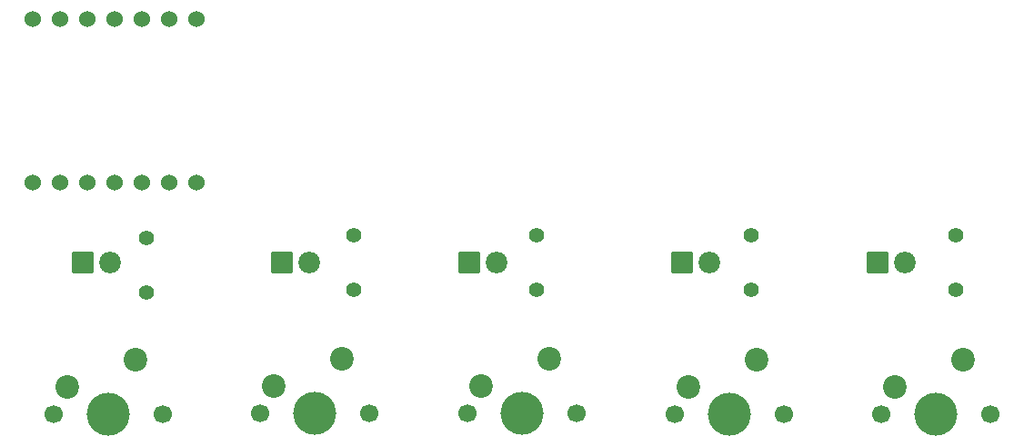
<source format=gbr>
%TF.GenerationSoftware,KiCad,Pcbnew,9.0.2*%
%TF.CreationDate,2025-07-04T18:20:36-07:00*%
%TF.ProjectId,hestia-pathfinder,68657374-6961-42d7-9061-746866696e64,rev?*%
%TF.SameCoordinates,Original*%
%TF.FileFunction,Soldermask,Bot*%
%TF.FilePolarity,Negative*%
%FSLAX46Y46*%
G04 Gerber Fmt 4.6, Leading zero omitted, Abs format (unit mm)*
G04 Created by KiCad (PCBNEW 9.0.2) date 2025-07-04 18:20:36*
%MOMM*%
%LPD*%
G01*
G04 APERTURE LIST*
G04 Aperture macros list*
%AMRoundRect*
0 Rectangle with rounded corners*
0 $1 Rounding radius*
0 $2 $3 $4 $5 $6 $7 $8 $9 X,Y pos of 4 corners*
0 Add a 4 corners polygon primitive as box body*
4,1,4,$2,$3,$4,$5,$6,$7,$8,$9,$2,$3,0*
0 Add four circle primitives for the rounded corners*
1,1,$1+$1,$2,$3*
1,1,$1+$1,$4,$5*
1,1,$1+$1,$6,$7*
1,1,$1+$1,$8,$9*
0 Add four rect primitives between the rounded corners*
20,1,$1+$1,$2,$3,$4,$5,0*
20,1,$1+$1,$4,$5,$6,$7,0*
20,1,$1+$1,$6,$7,$8,$9,0*
20,1,$1+$1,$8,$9,$2,$3,0*%
G04 Aperture macros list end*
%ADD10C,2.019000*%
%ADD11RoundRect,0.102000X-0.907500X-0.907500X0.907500X-0.907500X0.907500X0.907500X-0.907500X0.907500X0*%
%ADD12C,1.400000*%
%ADD13C,1.700000*%
%ADD14C,4.000000*%
%ADD15C,2.200000*%
%ADD16C,1.524000*%
G04 APERTURE END LIST*
D10*
%TO.C,D4*%
X166670000Y-115000000D03*
D11*
X164130000Y-115000000D03*
%TD*%
D12*
%TO.C,R3*%
X150600000Y-117540000D03*
X150600000Y-112460000D03*
%TD*%
D13*
%TO.C,SW2*%
X124880000Y-129080000D03*
D14*
X129960000Y-129080000D03*
D13*
X135040000Y-129080000D03*
D15*
X132500000Y-124000000D03*
X126150000Y-126540000D03*
%TD*%
D12*
%TO.C,R5*%
X189600000Y-117540000D03*
X189600000Y-112460000D03*
%TD*%
D10*
%TO.C,D2*%
X129400000Y-115000000D03*
D11*
X126860000Y-115000000D03*
%TD*%
D13*
%TO.C,SW1*%
X105620000Y-129100000D03*
D14*
X110700000Y-129100000D03*
D13*
X115780000Y-129100000D03*
D15*
X113240000Y-124020000D03*
X106890000Y-126560000D03*
%TD*%
D13*
%TO.C,SW4*%
X163430000Y-129100000D03*
D14*
X168510000Y-129100000D03*
D13*
X173590000Y-129100000D03*
D15*
X171050000Y-124020000D03*
X164700000Y-126560000D03*
%TD*%
D10*
%TO.C,D3*%
X146900000Y-115000000D03*
D11*
X144360000Y-115000000D03*
%TD*%
D12*
%TO.C,R2*%
X133600000Y-117540000D03*
X133600000Y-112460000D03*
%TD*%
D10*
%TO.C,D5*%
X184900000Y-115000000D03*
D11*
X182360000Y-115000000D03*
%TD*%
D13*
%TO.C,SW5*%
X182700000Y-129100000D03*
D14*
X187780000Y-129100000D03*
D13*
X192860000Y-129100000D03*
D15*
X190320000Y-124020000D03*
X183970000Y-126560000D03*
%TD*%
D12*
%TO.C,R1*%
X114300000Y-112660000D03*
X114300000Y-117740000D03*
%TD*%
D16*
%TO.C,U1*%
X103680000Y-107520000D03*
X106220000Y-107520000D03*
X108760000Y-107520000D03*
X111300000Y-107520000D03*
X113840000Y-107520000D03*
X116380000Y-107520000D03*
X118920000Y-107520000D03*
X118920000Y-92280000D03*
X116380000Y-92280000D03*
X113840000Y-92280000D03*
X111300000Y-92280000D03*
X108760000Y-92280000D03*
X106220000Y-92280000D03*
X103680000Y-92280000D03*
%TD*%
D10*
%TO.C,D1*%
X110900000Y-115000000D03*
D11*
X108360000Y-115000000D03*
%TD*%
D13*
%TO.C,SW3*%
X144180000Y-129080000D03*
D14*
X149260000Y-129080000D03*
D13*
X154340000Y-129080000D03*
D15*
X151800000Y-124000000D03*
X145450000Y-126540000D03*
%TD*%
D12*
%TO.C,R4*%
X170600000Y-117540000D03*
X170600000Y-112460000D03*
%TD*%
M02*

</source>
